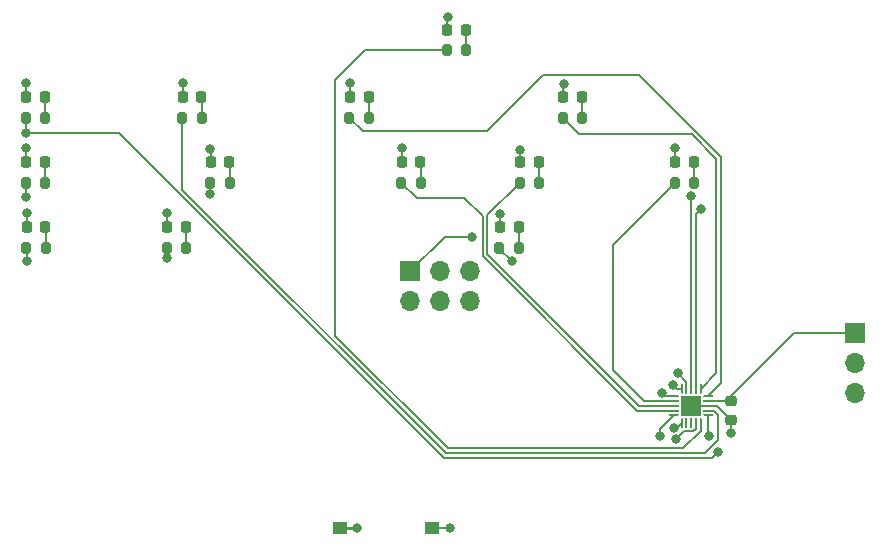
<source format=gtl>
G04 #@! TF.GenerationSoftware,KiCad,Pcbnew,7.0.2*
G04 #@! TF.CreationDate,2024-01-30T17:08:08-08:00*
G04 #@! TF.ProjectId,fuck-sao,6675636b-2d73-4616-9f2e-6b696361645f,rev?*
G04 #@! TF.SameCoordinates,Original*
G04 #@! TF.FileFunction,Copper,L1,Top*
G04 #@! TF.FilePolarity,Positive*
%FSLAX46Y46*%
G04 Gerber Fmt 4.6, Leading zero omitted, Abs format (unit mm)*
G04 Created by KiCad (PCBNEW 7.0.2) date 2024-01-30 17:08:08*
%MOMM*%
%LPD*%
G01*
G04 APERTURE LIST*
G04 Aperture macros list*
%AMRoundRect*
0 Rectangle with rounded corners*
0 $1 Rounding radius*
0 $2 $3 $4 $5 $6 $7 $8 $9 X,Y pos of 4 corners*
0 Add a 4 corners polygon primitive as box body*
4,1,4,$2,$3,$4,$5,$6,$7,$8,$9,$2,$3,0*
0 Add four circle primitives for the rounded corners*
1,1,$1+$1,$2,$3*
1,1,$1+$1,$4,$5*
1,1,$1+$1,$6,$7*
1,1,$1+$1,$8,$9*
0 Add four rect primitives between the rounded corners*
20,1,$1+$1,$2,$3,$4,$5,0*
20,1,$1+$1,$4,$5,$6,$7,0*
20,1,$1+$1,$6,$7,$8,$9,0*
20,1,$1+$1,$8,$9,$2,$3,0*%
%AMFreePoly0*
4,1,14,0.085355,0.385355,0.100000,0.350000,0.100000,-0.350000,0.085355,-0.385355,0.050000,-0.400000,0.000711,-0.400000,-0.034644,-0.385355,-0.085355,-0.334644,-0.100000,-0.299289,-0.100000,0.350000,-0.085355,0.385355,-0.050000,0.400000,0.050000,0.400000,0.085355,0.385355,0.085355,0.385355,$1*%
%AMFreePoly1*
4,1,14,0.085355,0.385355,0.100000,0.350000,0.100000,-0.299289,0.085355,-0.334644,0.034644,-0.385355,-0.000711,-0.400000,-0.050000,-0.400000,-0.085355,-0.385355,-0.100000,-0.350000,-0.100000,0.350000,-0.085355,0.385355,-0.050000,0.400000,0.050000,0.400000,0.085355,0.385355,0.085355,0.385355,$1*%
%AMFreePoly2*
4,1,14,0.385355,0.085355,0.400000,0.050000,0.400000,-0.050000,0.385355,-0.085355,0.350000,-0.100000,-0.350000,-0.100000,-0.385355,-0.085355,-0.400000,-0.050000,-0.400000,-0.000711,-0.385355,0.034644,-0.334644,0.085355,-0.299289,0.100000,0.350000,0.100000,0.385355,0.085355,0.385355,0.085355,$1*%
%AMFreePoly3*
4,1,14,0.385355,0.085355,0.400000,0.050000,0.400000,-0.050000,0.385355,-0.085355,0.350000,-0.100000,-0.299289,-0.100000,-0.334644,-0.085355,-0.385355,-0.034644,-0.400000,0.000711,-0.400000,0.050000,-0.385355,0.085355,-0.350000,0.100000,0.350000,0.100000,0.385355,0.085355,0.385355,0.085355,$1*%
%AMFreePoly4*
4,1,14,0.034644,0.385355,0.085355,0.334644,0.100000,0.299289,0.100000,-0.350000,0.085355,-0.385355,0.050000,-0.400000,-0.050000,-0.400000,-0.085355,-0.385355,-0.100000,-0.350000,-0.100000,0.350000,-0.085355,0.385355,-0.050000,0.400000,-0.000711,0.400000,0.034644,0.385355,0.034644,0.385355,$1*%
%AMFreePoly5*
4,1,14,0.085355,0.385355,0.100000,0.350000,0.100000,-0.350000,0.085355,-0.385355,0.050000,-0.400000,-0.050000,-0.400000,-0.085355,-0.385355,-0.100000,-0.350000,-0.100000,0.299289,-0.085355,0.334644,-0.034644,0.385355,0.000711,0.400000,0.050000,0.400000,0.085355,0.385355,0.085355,0.385355,$1*%
%AMFreePoly6*
4,1,14,0.385355,0.085355,0.400000,0.050000,0.400000,0.000711,0.385355,-0.034644,0.334644,-0.085355,0.299289,-0.100000,-0.350000,-0.100000,-0.385355,-0.085355,-0.400000,-0.050000,-0.400000,0.050000,-0.385355,0.085355,-0.350000,0.100000,0.350000,0.100000,0.385355,0.085355,0.385355,0.085355,$1*%
%AMFreePoly7*
4,1,14,0.334644,0.085355,0.385355,0.034644,0.400000,-0.000711,0.400000,-0.050000,0.385355,-0.085355,0.350000,-0.100000,-0.350000,-0.100000,-0.385355,-0.085355,-0.400000,-0.050000,-0.400000,0.050000,-0.385355,0.085355,-0.350000,0.100000,0.299289,0.100000,0.334644,0.085355,0.334644,0.085355,$1*%
G04 Aperture macros list end*
G04 #@! TA.AperFunction,SMDPad,CuDef*
%ADD10R,1.700000X1.700000*%
G04 #@! TD*
G04 #@! TA.AperFunction,SMDPad,CuDef*
%ADD11FreePoly0,180.000000*%
G04 #@! TD*
G04 #@! TA.AperFunction,SMDPad,CuDef*
%ADD12RoundRect,0.050000X0.050000X0.350000X-0.050000X0.350000X-0.050000X-0.350000X0.050000X-0.350000X0*%
G04 #@! TD*
G04 #@! TA.AperFunction,SMDPad,CuDef*
%ADD13FreePoly1,180.000000*%
G04 #@! TD*
G04 #@! TA.AperFunction,SMDPad,CuDef*
%ADD14FreePoly2,180.000000*%
G04 #@! TD*
G04 #@! TA.AperFunction,SMDPad,CuDef*
%ADD15RoundRect,0.050000X0.350000X0.050000X-0.350000X0.050000X-0.350000X-0.050000X0.350000X-0.050000X0*%
G04 #@! TD*
G04 #@! TA.AperFunction,SMDPad,CuDef*
%ADD16FreePoly3,180.000000*%
G04 #@! TD*
G04 #@! TA.AperFunction,SMDPad,CuDef*
%ADD17FreePoly4,180.000000*%
G04 #@! TD*
G04 #@! TA.AperFunction,SMDPad,CuDef*
%ADD18FreePoly5,180.000000*%
G04 #@! TD*
G04 #@! TA.AperFunction,SMDPad,CuDef*
%ADD19FreePoly6,180.000000*%
G04 #@! TD*
G04 #@! TA.AperFunction,SMDPad,CuDef*
%ADD20FreePoly7,180.000000*%
G04 #@! TD*
G04 #@! TA.AperFunction,SMDPad,CuDef*
%ADD21R,1.250000X1.000000*%
G04 #@! TD*
G04 #@! TA.AperFunction,SMDPad,CuDef*
%ADD22RoundRect,0.200000X-0.200000X-0.275000X0.200000X-0.275000X0.200000X0.275000X-0.200000X0.275000X0*%
G04 #@! TD*
G04 #@! TA.AperFunction,ComponentPad*
%ADD23R,1.700000X1.700000*%
G04 #@! TD*
G04 #@! TA.AperFunction,ComponentPad*
%ADD24O,1.700000X1.700000*%
G04 #@! TD*
G04 #@! TA.AperFunction,SMDPad,CuDef*
%ADD25RoundRect,0.218750X-0.218750X-0.256250X0.218750X-0.256250X0.218750X0.256250X-0.218750X0.256250X0*%
G04 #@! TD*
G04 #@! TA.AperFunction,SMDPad,CuDef*
%ADD26RoundRect,0.225000X-0.250000X0.225000X-0.250000X-0.225000X0.250000X-0.225000X0.250000X0.225000X0*%
G04 #@! TD*
G04 #@! TA.AperFunction,ViaPad*
%ADD27C,0.800000*%
G04 #@! TD*
G04 #@! TA.AperFunction,Conductor*
%ADD28C,0.200000*%
G04 #@! TD*
G04 #@! TA.AperFunction,Conductor*
%ADD29C,0.250000*%
G04 #@! TD*
G04 APERTURE END LIST*
D10*
X122500000Y-99900000D03*
D11*
X123300000Y-101350000D03*
D12*
X122900000Y-101350000D03*
X122500000Y-101350000D03*
X122100000Y-101350000D03*
D13*
X121700000Y-101350000D03*
D14*
X121050000Y-100700000D03*
D15*
X121050000Y-100300000D03*
X121050000Y-99900000D03*
X121050000Y-99500000D03*
D16*
X121050000Y-99100000D03*
D17*
X121700000Y-98450000D03*
D12*
X122100000Y-98450000D03*
X122500000Y-98450000D03*
X122900000Y-98450000D03*
D18*
X123300000Y-98450000D03*
D19*
X123950000Y-99100000D03*
D15*
X123950000Y-99500000D03*
X123950000Y-99900000D03*
X123950000Y-100300000D03*
D20*
X123950000Y-100700000D03*
D21*
X92800000Y-110250000D03*
X100550000Y-110250000D03*
D22*
X106275000Y-86500000D03*
X107925000Y-86500000D03*
X78125000Y-86500000D03*
X79775000Y-86500000D03*
X66225000Y-86500000D03*
X67875000Y-86500000D03*
X121125000Y-81000000D03*
X122775000Y-81000000D03*
X107975000Y-81000000D03*
X109625000Y-81000000D03*
X97975000Y-81000000D03*
X99625000Y-81000000D03*
X81775000Y-81000000D03*
X83425000Y-81000000D03*
X66175000Y-81000000D03*
X67825000Y-81000000D03*
X111625000Y-75500000D03*
X113275000Y-75500000D03*
X93575000Y-75500000D03*
X95225000Y-75500000D03*
X79425000Y-75500000D03*
X81075000Y-75500000D03*
X66175000Y-75500000D03*
X67825000Y-75500000D03*
X101825000Y-69800000D03*
X103475000Y-69800000D03*
D23*
X98720000Y-88510000D03*
D24*
X98720000Y-91050000D03*
X101260000Y-88510000D03*
X101260000Y-91050000D03*
X103800000Y-88510000D03*
X103800000Y-91050000D03*
D23*
X136400000Y-93720000D03*
D24*
X136400000Y-96260000D03*
X136400000Y-98800000D03*
D25*
X106312500Y-84750000D03*
X107887500Y-84750000D03*
X78150000Y-84750000D03*
X79725000Y-84750000D03*
X66262500Y-84750000D03*
X67837500Y-84750000D03*
X121162500Y-79250000D03*
X122737500Y-79250000D03*
X108012500Y-79250000D03*
X109587500Y-79250000D03*
X98012500Y-79250000D03*
X99587500Y-79250000D03*
X81812500Y-79250000D03*
X83387500Y-79250000D03*
X66212500Y-79250000D03*
X67787500Y-79250000D03*
X111662500Y-73750000D03*
X113237500Y-73750000D03*
X95187500Y-73750000D03*
X93612500Y-73750000D03*
X79462500Y-73750000D03*
X81037500Y-73750000D03*
X66212500Y-73750000D03*
X67787500Y-73750000D03*
X101862500Y-68050000D03*
X103437500Y-68050000D03*
D26*
X125900000Y-101075000D03*
X125900000Y-99525000D03*
D27*
X102050000Y-110250000D03*
X119900000Y-102450000D03*
X103950000Y-85600000D03*
X124750000Y-103850000D03*
X66200000Y-76800000D03*
X124050000Y-102450000D03*
X121200000Y-102751000D03*
X66200000Y-82200000D03*
X123350000Y-83200000D03*
X81750000Y-81950000D03*
X122500000Y-82100500D03*
X66250000Y-87600000D03*
X120000000Y-98800000D03*
X78100000Y-87400000D03*
X120950000Y-98100000D03*
X121350000Y-97150000D03*
X107300000Y-87650000D03*
X121064425Y-101746331D03*
X66250000Y-83600000D03*
X78150000Y-83550000D03*
X106350000Y-83650000D03*
X121150000Y-78100000D03*
X111700000Y-72650000D03*
X108000000Y-78250000D03*
X98050000Y-78100000D03*
X93600000Y-72550000D03*
X81800000Y-78150000D03*
X79450000Y-72550000D03*
X66200000Y-78100000D03*
X66200000Y-72600000D03*
X101900000Y-67000000D03*
X125900000Y-102200000D03*
X94200000Y-110250000D03*
D28*
X95225000Y-75500000D02*
X95225000Y-73787500D01*
X95225000Y-73787500D02*
X95187500Y-73750000D01*
X121810661Y-103500000D02*
X101900000Y-103500000D01*
X123300000Y-101350000D02*
X123300000Y-102010661D01*
X101900000Y-103500000D02*
X92350000Y-93950000D01*
X123300000Y-102010661D02*
X121810661Y-103500000D01*
X92350000Y-93950000D02*
X92350000Y-72350000D01*
X92350000Y-72350000D02*
X94900000Y-69800000D01*
X94900000Y-69800000D02*
X101825000Y-69800000D01*
X100550000Y-110250000D02*
X102050000Y-110250000D01*
X124250000Y-104350000D02*
X124750000Y-103850000D01*
X101600000Y-104350000D02*
X124250000Y-104350000D01*
X74050000Y-76800000D02*
X101600000Y-104350000D01*
X66200000Y-76800000D02*
X74050000Y-76800000D01*
X124800000Y-100655025D02*
X124444975Y-100300000D01*
X124800000Y-102800000D02*
X124800000Y-100655025D01*
X123700000Y-103900000D02*
X124800000Y-102800000D01*
X101735020Y-103900000D02*
X123700000Y-103900000D01*
X79425000Y-81589980D02*
X101735020Y-103900000D01*
X124444975Y-100300000D02*
X123950000Y-100300000D01*
X79425000Y-75500000D02*
X79425000Y-81589980D01*
X121901000Y-102050000D02*
X121200000Y-102751000D01*
X122694975Y-102050000D02*
X121901000Y-102050000D01*
X122900000Y-101844975D02*
X122694975Y-102050000D01*
X122900000Y-101350000D02*
X122900000Y-101844975D01*
X119900000Y-101850000D02*
X119900000Y-102450000D01*
X121050000Y-100700000D02*
X119900000Y-101850000D01*
X121700000Y-101350000D02*
X121303669Y-101746331D01*
X121303669Y-101746331D02*
X121064425Y-101746331D01*
X101630000Y-85600000D02*
X103950000Y-85600000D01*
X98720000Y-88510000D02*
X101630000Y-85600000D01*
X104850000Y-83850000D02*
X103300000Y-82300000D01*
X103300000Y-82300000D02*
X99275000Y-82300000D01*
X104850000Y-87250000D02*
X104850000Y-83850000D01*
X117900000Y-100300000D02*
X104850000Y-87250000D01*
X121050000Y-100300000D02*
X117900000Y-100300000D01*
X99275000Y-82300000D02*
X97975000Y-81000000D01*
X105249501Y-87049501D02*
X118100000Y-99900000D01*
X107975000Y-81000000D02*
X105249501Y-83725499D01*
X105249501Y-83725499D02*
X105249501Y-87049501D01*
X118100000Y-99900000D02*
X121050000Y-99900000D01*
X123950000Y-100700000D02*
X123950000Y-102350000D01*
X123950000Y-102350000D02*
X124050000Y-102450000D01*
X118100000Y-71900000D02*
X110000000Y-71900000D01*
X110000000Y-71900000D02*
X105250000Y-76650000D01*
X105250000Y-76650000D02*
X94725000Y-76650000D01*
X94725000Y-76650000D02*
X93575000Y-75500000D01*
X125050000Y-98000000D02*
X125050000Y-78850000D01*
X125050000Y-78850000D02*
X118100000Y-71900000D01*
X123950000Y-99100000D02*
X125050000Y-98000000D01*
X113025000Y-76900000D02*
X111625000Y-75500000D01*
X122535020Y-76900000D02*
X113025000Y-76900000D01*
X123300000Y-98450000D02*
X124650000Y-97100000D01*
X124650000Y-79014980D02*
X122535020Y-76900000D01*
X124650000Y-97100000D02*
X124650000Y-79014980D01*
X122500000Y-98450000D02*
X122500000Y-82100500D01*
X81775000Y-81925000D02*
X81750000Y-81950000D01*
X81775000Y-81000000D02*
X81775000Y-81925000D01*
X124725499Y-99900499D02*
X125900000Y-101075000D01*
X123950499Y-99900499D02*
X124725499Y-99900499D01*
X123950000Y-99900000D02*
X123950499Y-99900499D01*
X125900000Y-101075000D02*
X125900000Y-102200000D01*
X125875000Y-99500000D02*
X123950000Y-99500000D01*
X125900000Y-99525000D02*
X125875000Y-99500000D01*
X131255000Y-93720000D02*
X136400000Y-93720000D01*
X125900000Y-99075000D02*
X131255000Y-93720000D01*
X125900000Y-99525000D02*
X125900000Y-99075000D01*
X66175000Y-76775000D02*
X66200000Y-76800000D01*
X66175000Y-75500000D02*
X66175000Y-76775000D01*
X66200000Y-82200000D02*
X66200000Y-81025000D01*
X66200000Y-81025000D02*
X66175000Y-81000000D01*
X122900000Y-83650000D02*
X123350000Y-83200000D01*
X122900000Y-98450000D02*
X122900000Y-83650000D01*
X122100000Y-97900000D02*
X121350000Y-97150000D01*
X122100000Y-98450000D02*
X122100000Y-97900000D01*
X115850000Y-86275000D02*
X121125000Y-81000000D01*
X115850000Y-96850000D02*
X115850000Y-86275000D01*
X118500000Y-99500000D02*
X115850000Y-96850000D01*
X121050000Y-99500000D02*
X118500000Y-99500000D01*
X66250000Y-86525000D02*
X66225000Y-86500000D01*
X66250000Y-87600000D02*
X66250000Y-86525000D01*
X120300000Y-99100000D02*
X120000000Y-98800000D01*
X121050000Y-99100000D02*
X120300000Y-99100000D01*
X121700000Y-98450000D02*
X121300000Y-98450000D01*
X121300000Y-98450000D02*
X120950000Y-98100000D01*
X78100000Y-86525000D02*
X78125000Y-86500000D01*
X78100000Y-87400000D02*
X78100000Y-86525000D01*
X106275000Y-86625000D02*
X107300000Y-87650000D01*
X106275000Y-86500000D02*
X106275000Y-86625000D01*
X67875000Y-84787500D02*
X67837500Y-84750000D01*
X67875000Y-86500000D02*
X67875000Y-84787500D01*
X66262500Y-83612500D02*
X66250000Y-83600000D01*
X66262500Y-84750000D02*
X66262500Y-83612500D01*
X79775000Y-84800000D02*
X79725000Y-84750000D01*
X79775000Y-86500000D02*
X79775000Y-84800000D01*
X78150000Y-84750000D02*
X78150000Y-83550000D01*
X107925000Y-84787500D02*
X107887500Y-84750000D01*
X107925000Y-86500000D02*
X107925000Y-84787500D01*
X106312500Y-83687500D02*
X106350000Y-83650000D01*
X106312500Y-84750000D02*
X106312500Y-83687500D01*
X122775000Y-79287500D02*
X122737500Y-79250000D01*
X122775000Y-81000000D02*
X122775000Y-79287500D01*
X121162500Y-78112500D02*
X121150000Y-78100000D01*
X121162500Y-79250000D02*
X121162500Y-78112500D01*
X113275000Y-75500000D02*
X113275000Y-73787500D01*
X113275000Y-73787500D02*
X113237500Y-73750000D01*
X111662500Y-72687500D02*
X111700000Y-72650000D01*
X111662500Y-73750000D02*
X111662500Y-72687500D01*
X109625000Y-79287500D02*
X109587500Y-79250000D01*
X109625000Y-81000000D02*
X109625000Y-79287500D01*
X108012500Y-78262500D02*
X108000000Y-78250000D01*
X108012500Y-79250000D02*
X108012500Y-78262500D01*
X99625000Y-79287500D02*
X99587500Y-79250000D01*
X99625000Y-81000000D02*
X99625000Y-79287500D01*
X98012500Y-78137500D02*
X98050000Y-78100000D01*
X98012500Y-79250000D02*
X98012500Y-78137500D01*
X93612500Y-72562500D02*
X93600000Y-72550000D01*
X93612500Y-73750000D02*
X93612500Y-72562500D01*
X83425000Y-79287500D02*
X83387500Y-79250000D01*
X83425000Y-81000000D02*
X83425000Y-79287500D01*
X81812500Y-78162500D02*
X81800000Y-78150000D01*
X81812500Y-79250000D02*
X81812500Y-78162500D01*
X81075000Y-73787500D02*
X81037500Y-73750000D01*
X81075000Y-75500000D02*
X81075000Y-73787500D01*
X79462500Y-72562500D02*
X79450000Y-72550000D01*
X79462500Y-73750000D02*
X79462500Y-72562500D01*
X67825000Y-79287500D02*
X67787500Y-79250000D01*
X67825000Y-81000000D02*
X67825000Y-79287500D01*
X66212500Y-79250000D02*
X66212500Y-78112500D01*
X66212500Y-78112500D02*
X66200000Y-78100000D01*
X67825000Y-73787500D02*
X67787500Y-73750000D01*
X67825000Y-75500000D02*
X67825000Y-73787500D01*
X66212500Y-72612500D02*
X66200000Y-72600000D01*
X66212500Y-73750000D02*
X66212500Y-72612500D01*
X103475000Y-68087500D02*
X103437500Y-68050000D01*
X103475000Y-69800000D02*
X103475000Y-68087500D01*
X101862500Y-67037500D02*
X101900000Y-67000000D01*
X101862500Y-68050000D02*
X101862500Y-67037500D01*
X123950000Y-99900000D02*
X122500000Y-99900000D01*
D29*
X92800000Y-110250000D02*
X94200000Y-110250000D01*
M02*

</source>
